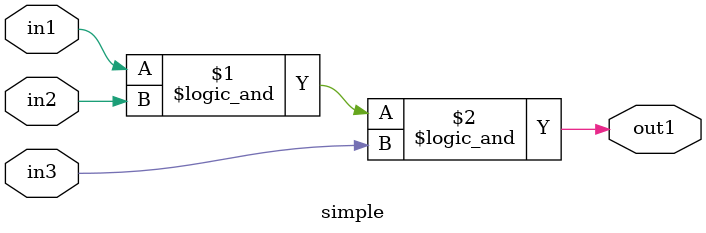
<source format=v>
module simple (in1, in2, in3, out1);

input in1;
input in2;
input in3;

output out1;

assign out1 = in1 && in2 && in3;

endmodule
</source>
